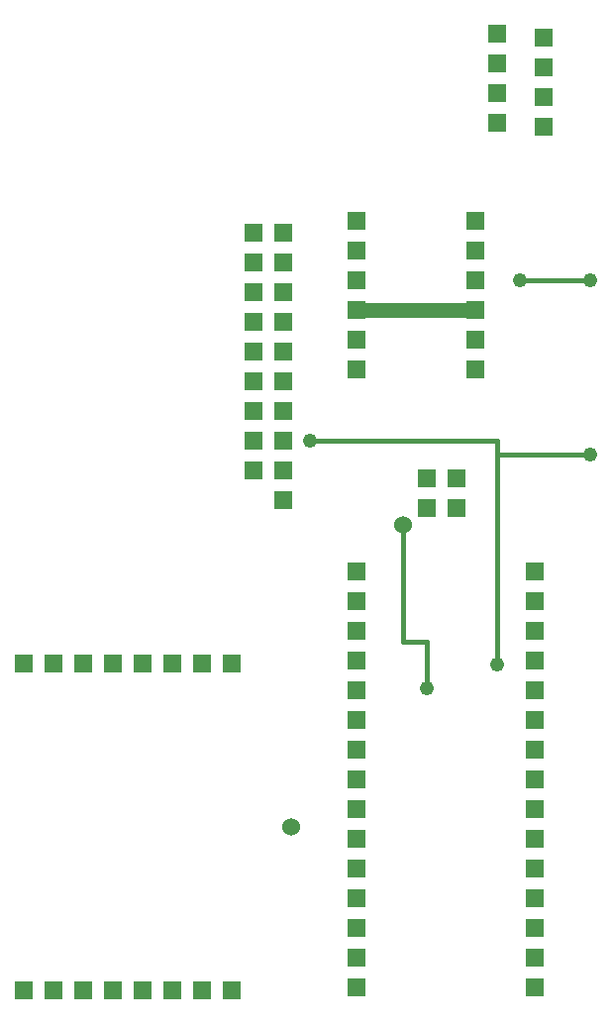
<source format=gbr>
%FSLAX35Y35*%
%MOIN*%
G04 EasyPC Gerber Version 18.0.8 Build 3632 *
%ADD14R,0.06000X0.06000*%
%ADD15R,0.06000X0.06000*%
%ADD18C,0.01500*%
%ADD17C,0.04800*%
%ADD16C,0.05000*%
%ADD12C,0.06000*%
%ADD13R,0.06000X0.06000*%
X0Y0D02*
D02*
D12*
X138000Y79482D03*
X175854Y181352D03*
D02*
D13*
X125500Y199482D03*
Y209482D03*
Y219482D03*
Y229482D03*
Y239482D03*
Y249482D03*
Y259482D03*
Y269482D03*
Y279482D03*
X135500Y189482D03*
Y199482D03*
Y209482D03*
Y219482D03*
Y229482D03*
Y239482D03*
Y249482D03*
Y259482D03*
Y269482D03*
Y279482D03*
X160106Y25604D03*
Y35604D03*
Y45604D03*
Y55604D03*
Y65604D03*
Y75604D03*
Y85604D03*
Y95604D03*
Y105604D03*
Y115604D03*
Y125604D03*
Y135604D03*
Y145604D03*
Y155604D03*
Y165604D03*
Y233715D03*
Y243715D03*
Y253715D03*
Y263715D03*
Y273715D03*
Y283715D03*
X183728Y187100D03*
Y197100D03*
X193728Y187100D03*
Y197100D03*
X200106Y233715D03*
Y243715D03*
Y253715D03*
Y263715D03*
Y273715D03*
Y283715D03*
X220106Y25604D03*
Y35604D03*
Y45604D03*
Y55604D03*
Y65604D03*
Y75604D03*
Y85604D03*
Y95604D03*
Y105604D03*
Y115604D03*
Y125604D03*
Y135604D03*
Y145604D03*
Y155604D03*
Y165604D03*
D02*
D14*
X48000Y24482D03*
Y134482D03*
X58000Y24482D03*
Y134482D03*
X68000Y24482D03*
Y134482D03*
X78000Y24482D03*
Y134482D03*
X88000Y24482D03*
Y134482D03*
X98000Y24482D03*
Y134482D03*
X108000Y24482D03*
Y134482D03*
X118000Y24482D03*
Y134482D03*
D02*
D15*
X207350Y316707D03*
Y326707D03*
Y336707D03*
Y346707D03*
X223098Y315211D03*
Y325211D03*
Y335211D03*
Y345211D03*
D02*
D16*
X160106Y253715D02*
X200106D01*
D02*
D17*
X144358Y209482D03*
X183728Y126234D03*
X207350Y134108D03*
X215224Y263715D03*
X238846Y204974D03*
Y263715D03*
D02*
D18*
X144358Y209482D02*
X207350D01*
Y204974*
X175854Y181352D02*
Y141982D01*
X183728*
Y126234*
X207350Y204974D02*
Y134108D01*
X215224Y263715D02*
X238846D01*
Y204974D02*
X207350D01*
X0Y0D02*
M02*

</source>
